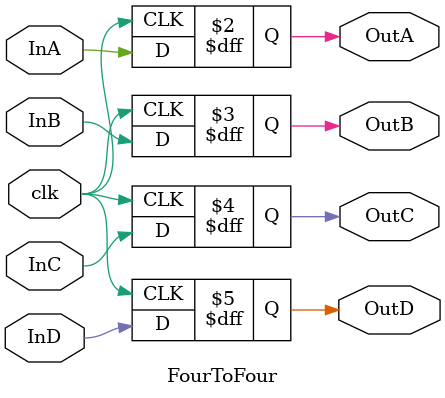
<source format=v>
`timescale 1ns / 1ps

module FourToFour (input InA,
                   input InB,
                   input InC,
                   input InD,
                   input clk,
                   output reg OutA,
                   output reg OutB,
                   output reg OutC,
                   output reg OutD);
               
    always @ (posedge clk)
     begin    
        OutA <= InA;
        OutB <= InB;
        OutC <= InC;
        OutD <= InD;                                
    end      
     
endmodule

</source>
